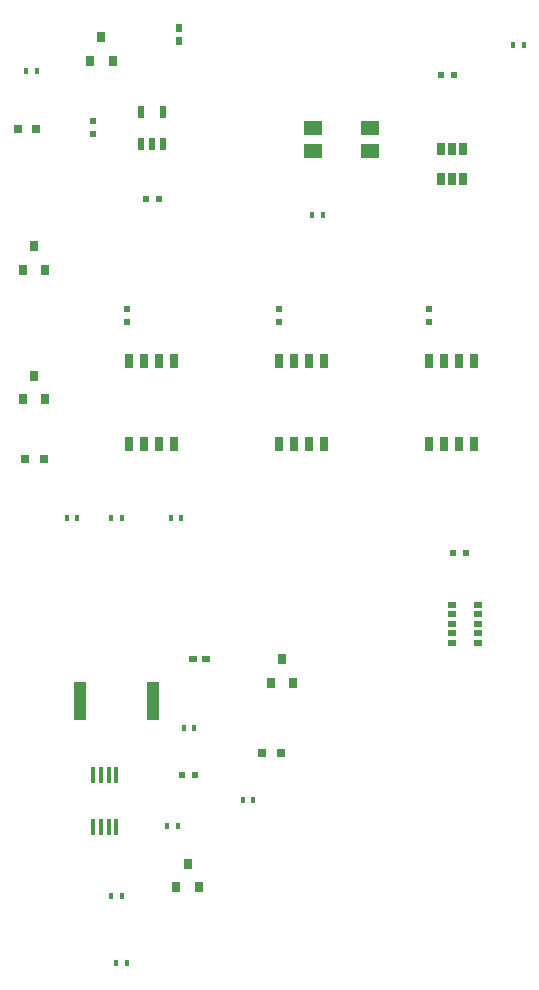
<source format=gbr>
G04 #@! TF.FileFunction,Paste,Top*
%FSLAX46Y46*%
G04 Gerber Fmt 4.6, Leading zero omitted, Abs format (unit mm)*
G04 Created by KiCad (PCBNEW 4.0.4-stable) date Wednesday, May 24, 2017 'PMt' 08:40:49 PM*
%MOMM*%
%LPD*%
G01*
G04 APERTURE LIST*
%ADD10C,0.100000*%
%ADD11R,0.400000X0.600000*%
%ADD12R,0.600000X0.500000*%
%ADD13R,0.500000X0.600000*%
%ADD14R,0.800000X0.800000*%
%ADD15R,0.800000X0.900000*%
%ADD16R,1.000000X3.200000*%
%ADD17R,1.550000X1.300000*%
%ADD18R,0.760000X1.200000*%
%ADD19R,0.800000X0.500000*%
%ADD20R,0.750000X1.000000*%
%ADD21R,0.600000X1.050000*%
%ADD22R,0.450000X1.450000*%
%ADD23R,0.600000X0.800000*%
%ADD24R,0.800000X0.600000*%
G04 APERTURE END LIST*
D10*
D11*
X223450000Y-109000000D03*
X222550000Y-109000000D03*
D12*
X226550000Y-82000000D03*
X225450000Y-82000000D03*
D13*
X221000000Y-75450000D03*
X221000000Y-76550000D03*
D12*
X251450000Y-112000000D03*
X252550000Y-112000000D03*
X228550000Y-130800000D03*
X229650000Y-130800000D03*
D13*
X223900000Y-91350000D03*
X223900000Y-92450000D03*
X236700000Y-91350000D03*
X236700000Y-92450000D03*
X249400000Y-92450000D03*
X249400000Y-91350000D03*
D12*
X251550000Y-71500000D03*
X250450000Y-71500000D03*
D14*
X214600000Y-76100000D03*
X216200000Y-76100000D03*
X216800000Y-104000000D03*
X215200000Y-104000000D03*
D15*
X237000000Y-121000000D03*
X236040000Y-123000000D03*
X237950000Y-123000000D03*
X221700000Y-68300000D03*
X220740000Y-70300000D03*
X222650000Y-70300000D03*
X216000000Y-86000000D03*
X215040000Y-88000000D03*
X216950000Y-88000000D03*
X216000000Y-97000000D03*
X215040000Y-99000000D03*
X216950000Y-99000000D03*
D11*
X257450000Y-69000000D03*
X256550000Y-69000000D03*
X240450000Y-83400000D03*
X239550000Y-83400000D03*
X229550000Y-126800000D03*
X228650000Y-126800000D03*
X215350000Y-71200000D03*
X216250000Y-71200000D03*
X227550000Y-109000000D03*
X228450000Y-109000000D03*
X218750000Y-109000000D03*
X219650000Y-109000000D03*
X222550000Y-141000000D03*
X223450000Y-141000000D03*
D16*
X226100000Y-124500000D03*
X219900000Y-124500000D03*
D17*
X244425000Y-77950000D03*
X244425000Y-76050000D03*
X239575000Y-76050000D03*
X239575000Y-77950000D03*
D18*
X225265000Y-102800000D03*
X226535000Y-102800000D03*
X227805000Y-102800000D03*
X223995000Y-102800000D03*
X223995000Y-95720000D03*
X225265000Y-95720000D03*
X226535000Y-95720000D03*
X227805000Y-95720000D03*
X237965000Y-102800000D03*
X239235000Y-102800000D03*
X240505000Y-102800000D03*
X236695000Y-102800000D03*
X236695000Y-95720000D03*
X237965000Y-95720000D03*
X239235000Y-95720000D03*
X240505000Y-95720000D03*
X250665000Y-102800000D03*
X251935000Y-102800000D03*
X253205000Y-102800000D03*
X249395000Y-102800000D03*
X249395000Y-95720000D03*
X250665000Y-95720000D03*
X251935000Y-95720000D03*
X253205000Y-95720000D03*
D19*
X253600000Y-118000000D03*
X251400000Y-118000000D03*
X253600000Y-118800000D03*
X253600000Y-119600000D03*
X253600000Y-117200000D03*
X253600000Y-116400000D03*
X251400000Y-117200000D03*
X251400000Y-116400000D03*
X251400000Y-118800000D03*
X251400000Y-119600000D03*
D20*
X251380000Y-80360000D03*
X250430000Y-80360000D03*
X252330000Y-80360000D03*
X252330000Y-77760000D03*
X251380000Y-77760000D03*
X250430000Y-77760000D03*
D21*
X225050000Y-77350000D03*
X226000000Y-77350000D03*
X226950000Y-77350000D03*
X225050000Y-74650000D03*
X226950000Y-74650000D03*
D22*
X221675000Y-135200000D03*
X221025000Y-135200000D03*
X222325000Y-135200000D03*
X222975000Y-135200000D03*
X221025000Y-130800000D03*
X221675000Y-130800000D03*
X222325000Y-130800000D03*
X222975000Y-130800000D03*
D23*
X228300000Y-67550000D03*
X228300000Y-68650000D03*
D24*
X229450000Y-121000000D03*
X230550000Y-121000000D03*
D14*
X235300000Y-128900000D03*
X236900000Y-128900000D03*
D11*
X233650000Y-132900000D03*
X234550000Y-132900000D03*
X227250000Y-135100000D03*
X228150000Y-135100000D03*
X223850000Y-146700000D03*
X222950000Y-146700000D03*
D15*
X229000000Y-138300000D03*
X228040000Y-140300000D03*
X229950000Y-140300000D03*
M02*

</source>
